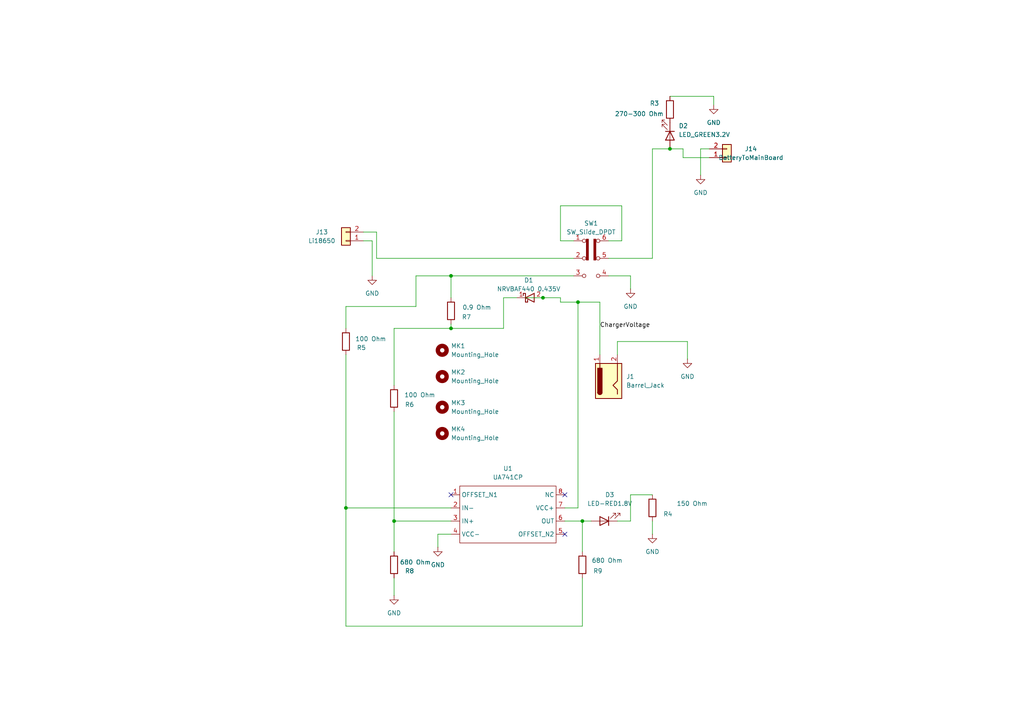
<source format=kicad_sch>
(kicad_sch (version 20250114) (generator "eeschema") (generator_version "9.0")
  (paper "A4")
  (lib_symbols
    (symbol "Connector:Barrel_Jack" (pin_names (offset 1.016))
      (property "Reference" "J" (at 0 5.334 0))
      (property "Value" "Barrel_Jack" (at 0 -5.08 0))
      (symbol "Barrel_Jack_0_1"
        (rectangle (start -5.08 3.81) (end 5.08 -3.81) (stroke (width 0.254)) (fill (type background)))
        (polyline (pts (xy -3.81 -2.54) (xy -2.54 -2.54) (xy -1.27 -1.27) (xy 0 -2.54) (xy 2.54 -2.54) (xy 5.08 -2.54)) (stroke (width 0.254)))
        (arc (start -3.302 1.905) (mid -3.9343 2.54) (end -3.302 3.175) (stroke (width 0.254)))
        (arc (start -3.302 1.905) (mid -3.9343 2.54) (end -3.302 3.175) (stroke (width 0.254)) (fill (type outline)))
        (rectangle (start 3.683 3.175) (end -3.302 1.905) (stroke (width 0.254)) (fill (type outline)))
        (polyline (pts (xy 5.08 2.54) (xy 3.81 2.54)) (stroke (width 0.254)))
      )
      (symbol "Barrel_Jack_1_1"
        (pin passive line (at 7.62 2.54 180) (length 2.54) (name "~") (number "1"))
        (pin passive line (at 7.62 -2.54 180) (length 2.54) (name "~") (number "2"))
      )
    )
    (symbol "Connector_Generic:Conn_01x02" (pin_names (offset 1.016) (hide yes))
      (property "Reference" "J" (at 0 2.54 0))
      (property "Value" "Conn_01x02" (at 0 -5.08 0))
      (symbol "Conn_01x02_1_1"
        (rectangle (start -1.27 1.27) (end 1.27 -3.81) (stroke (width 0.254)) (fill (type background)))
        (rectangle (start -1.27 0.127) (end 0 -0.127) (stroke (width 0.1524)))
        (rectangle (start -1.27 -2.413) (end 0 -2.667) (stroke (width 0.1524)))
        (pin passive line (at -5.08 0 0) (length 3.81) (name "Pin_1") (number "1"))
        (pin passive line (at -5.08 -2.54 0) (length 3.81) (name "Pin_2") (number "2"))
      )
    )
    (symbol "Device:LED" (pin_numbers (hide yes)) (pin_names (offset 1.016) (hide yes))
      (property "Reference" "D" (at 0 2.54 0))
      (property "Value" "LED" (at 0 -2.54 0))
      (symbol "LED_0_1"
        (polyline (pts (xy -3.048 -0.762) (xy -4.572 -2.286) (xy -3.81 -2.286) (xy -4.572 -2.286) (xy -4.572 -1.524)))
        (polyline (pts (xy -1.778 -0.762) (xy -3.302 -2.286) (xy -2.54 -2.286) (xy -3.302 -2.286) (xy -3.302 -1.524)))
        (polyline (pts (xy -1.27 0) (xy 1.27 0)))
        (polyline (pts (xy -1.27 -1.27) (xy -1.27 1.27)) (stroke (width 0.254)))
        (polyline (pts (xy 1.27 -1.27) (xy 1.27 1.27) (xy -1.27 0) (xy 1.27 -1.27)) (stroke (width 0.254)))
      )
      (symbol "LED_1_1"
        (pin passive line (at -3.81 0 0) (length 2.54) (name "K") (number "1"))
        (pin passive line (at 3.81 0 180) (length 2.54) (name "A") (number "2"))
      )
    )
    (symbol "Device:R" (pin_numbers (hide yes)) (pin_names (offset 0))
      (property "Reference" "R" (at 2.032 0 90))
      (property "Value" "R" (at 0 0 90))
      (symbol "R_0_1"
        (rectangle (start -1.016 -2.54) (end 1.016 2.54) (stroke (width 0.254)))
      )
      (symbol "R_1_1"
        (pin passive line (at 0 3.81 270) (length 1.27) (name "~") (number "1"))
        (pin passive line (at 0 -3.81 90) (length 1.27) (name "~") (number "2"))
      )
    )
    (symbol "Mechanical:MountingHole" (pin_names (offset 1.016))
      (property "Reference" "H" (at 0 5.08 0))
      (property "Value" "MountingHole" (at 0 3.175 0))
      (symbol "MountingHole_0_1"
        (circle (center 0 0) (radius 1.27) (stroke (width 1.27)))
      )
    )
    (symbol "Switch:SW_Slide_DPDT" (pin_names (offset 0) (hide yes))
      (property "Reference" "SW" (at 0 6.858 0))
      (property "Value" "SW_Slide_DPDT" (at 0 -8.128 0))
      (symbol "SW_Slide_DPDT_0_0"
        (circle (center -2.032 5.08) (radius 0.508))
        (circle (center -2.032 -5.08) (radius 0.508))
        (circle (center 2.032 0) (radius 0.508))
        (circle (center 2.032 -5.08) (radius 0.508))
      )
      (symbol "SW_Slide_DPDT_0_1"
        (circle (center -2.032 0) (radius 0.508))
        (circle (center 2.032 5.08) (radius 0.508))
      )
      (symbol "SW_Slide_DPDT_1_1"
        (rectangle (start -1.397 5.588) (end -0.762 -0.508) (fill (type outline)))
        (rectangle (start 0.762 5.588) (end 1.397 -0.508) (fill (type outline)))
        (pin passive line (at -5.08 5.08 0) (length 2.54) (name "A") (number "1"))
        (pin passive line (at -5.08 0 0) (length 2.54) (name "B") (number "2"))
        (pin passive line (at -5.08 -5.08 0) (length 2.54) (name "C") (number "3"))
        (pin passive line (at 5.08 5.08 180) (length 2.54) (name "C") (number "6"))
        (pin passive line (at 5.08 0 180) (length 2.54) (name "B") (number "5"))
        (pin passive line (at 5.08 -5.08 180) (length 2.54) (name "A") (number "4"))
      )
    )
    (symbol "chop_battery_library:NRVBAF440"
      (property "Reference" "D" (at 0 0 0))
      (symbol "NRVBAF440_0_1"
        (polyline (pts (xy -0.635 -3.175) (xy -0.635 -2.54) (xy 0 -2.54) (xy 0 -5.08) (xy 0.635 -5.08) (xy 0.635 -4.445)) (stroke (width 0.254)))
        (polyline (pts (xy 2.54 -2.54) (xy 2.54 -5.08) (xy 0 -3.81) (xy 2.54 -2.54)) (stroke (width 0.254)))
        (polyline (pts (xy 2.54 -3.81) (xy 0 -3.81)))
      )
      (symbol "NRVBAF440_1_1"
        (pin output line (at -2.54 -3.81 0) (length 2.54) (name "") (number "1"))
        (pin input line (at 5.08 -3.81 180) (length 2.54) (name "") (number "2"))
      )
    )
    (symbol "chop_battery_library:UA741"
      (property "Reference" "U" (at 8.636 2.032 0))
      (symbol "UA741_0_1"
        (rectangle (start -5.08 0) (end 22.86 -16.51))
      )
      (symbol "UA741_1_1"
        (pin input line (at -7.62 -2.54 0) (length 2.54) (name "OFFSET_N1") (number "1"))
        (pin input line (at -7.62 -6.35 0) (length 2.54) (name "IN-") (number "2"))
        (pin input line (at -7.62 -10.16 0) (length 2.54) (name "IN+") (number "3"))
        (pin input line (at -7.62 -13.97 0) (length 2.54) (name "VCC-") (number "4"))
        (pin input line (at 25.4 -2.54 180) (length 2.54) (name "NC") (number "8"))
        (pin input line (at 25.4 -6.35 180) (length 2.54) (name "VCC+") (number "7"))
        (pin input line (at 25.4 -10.16 180) (length 2.54) (name "OUT") (number "6"))
        (pin input line (at 25.4 -13.97 180) (length 2.54) (name "OFFSET_N2") (number "5"))
      )
    )
    (symbol "power:GND" (power) (pin_numbers (hide yes)) (pin_names (offset 0) (hide yes))
      (property "Value" "GND" (at 0 -3.81 0))
      (symbol "GND_0_1"
        (polyline (pts (xy 0 0) (xy 0 -1.27) (xy 1.27 -1.27) (xy 0 -2.54) (xy -1.27 -1.27) (xy 0 -1.27)))
      )
      (symbol "GND_1_1"
        (pin power_in line (at 0 0 270) (length 0) (name "~") (number "1"))
      )
    )
  )
  (junction (at 157.48 86.36))
  (junction (at 168.91 151.13))
  (junction (at 194.31 43.18))
  (junction (at 167.64 87.63))
  (junction (at 130.81 80.01))
  (junction (at 114.3 151.13))
  (junction (at 100.33 147.32))
  (junction (at 130.81 95.25))
  (no_connect (at 163.83 143.51))
  (no_connect (at 163.83 154.94))
  (no_connect (at 130.81 143.51))
  (wire (pts (xy 146.05 86.36) (xy 149.86 86.36)))
  (wire (pts (xy 207.01 27.94) (xy 207.01 30.48)))
  (wire (pts (xy 130.81 95.25) (xy 114.3 95.25)))
  (wire (pts (xy 199.39 99.06) (xy 179.07 99.06)))
  (wire (pts (xy 168.91 151.13) (xy 168.91 160.02)))
  (wire (pts (xy 162.56 69.85) (xy 166.37 69.85)))
  (wire (pts (xy 162.56 59.69) (xy 162.56 69.85)))
  (wire (pts (xy 130.81 147.32) (xy 100.33 147.32)))
  (wire (pts (xy 166.37 80.01) (xy 130.81 80.01)))
  (wire (pts (xy 179.07 99.06) (xy 179.07 102.87)))
  (wire (pts (xy 100.33 88.9) (xy 100.33 95.25)))
  (wire (pts (xy 162.56 87.63) (xy 167.64 87.63)))
  (wire (pts (xy 199.39 104.14) (xy 199.39 99.06)))
  (wire (pts (xy 109.22 74.93) (xy 166.37 74.93)))
  (wire (pts (xy 130.81 80.01) (xy 130.81 86.36)))
  (wire (pts (xy 176.53 74.93) (xy 189.23 74.93)))
  (wire (pts (xy 194.31 27.94) (xy 207.01 27.94)))
  (wire (pts (xy 194.31 43.18) (xy 198.12 43.18)))
  (wire (pts (xy 146.05 95.25) (xy 130.81 95.25)))
  (wire (pts (xy 167.64 87.63) (xy 173.99 87.63)))
  (wire (pts (xy 179.07 151.13) (xy 182.88 151.13)))
  (wire (pts (xy 105.41 69.85) (xy 107.95 69.85)))
  (wire (pts (xy 182.88 143.51) (xy 189.23 143.51)))
  (wire (pts (xy 176.53 69.85) (xy 180.34 69.85)))
  (wire (pts (xy 100.33 147.32) (xy 100.33 102.87)))
  (wire (pts (xy 189.23 43.18) (xy 194.31 43.18)))
  (wire (pts (xy 203.2 43.18) (xy 203.2 50.8)))
  (wire (pts (xy 176.53 80.01) (xy 182.88 80.01)))
  (wire (pts (xy 163.83 147.32) (xy 167.64 147.32)))
  (wire (pts (xy 114.3 151.13) (xy 130.81 151.13)))
  (wire (pts (xy 162.56 86.36) (xy 162.56 87.63)))
  (wire (pts (xy 130.81 80.01) (xy 120.65 80.01)))
  (wire (pts (xy 163.83 151.13) (xy 168.91 151.13)))
  (wire (pts (xy 107.95 80.01) (xy 107.95 69.85)))
  (wire (pts (xy 182.88 151.13) (xy 182.88 143.51)))
  (wire (pts (xy 120.65 80.01) (xy 120.65 88.9)))
  (wire (pts (xy 180.34 69.85) (xy 180.34 59.69)))
  (wire (pts (xy 189.23 151.13) (xy 189.23 154.94)))
  (wire (pts (xy 100.33 147.32) (xy 100.33 181.61)))
  (wire (pts (xy 168.91 181.61) (xy 168.91 167.64)))
  (wire (pts (xy 167.64 147.32) (xy 167.64 87.63)))
  (wire (pts (xy 157.48 86.36) (xy 152.4 86.36)))
  (wire (pts (xy 114.3 151.13) (xy 114.3 160.02)))
  (wire (pts (xy 198.12 43.18) (xy 198.12 45.72)))
  (wire (pts (xy 130.81 154.94) (xy 127 154.94)))
  (wire (pts (xy 162.56 86.36) (xy 157.48 86.36)))
  (wire (pts (xy 114.3 95.25) (xy 114.3 111.76)))
  (wire (pts (xy 114.3 119.38) (xy 114.3 151.13)))
  (wire (pts (xy 173.99 87.63) (xy 173.99 102.87)))
  (wire (pts (xy 168.91 151.13) (xy 171.45 151.13)))
  (wire (pts (xy 130.81 95.25) (xy 130.81 93.98)))
  (wire (pts (xy 180.34 59.69) (xy 162.56 59.69)))
  (wire (pts (xy 127 154.94) (xy 127 158.75)))
  (wire (pts (xy 182.88 80.01) (xy 182.88 83.82)))
  (wire (pts (xy 189.23 74.93) (xy 189.23 43.18)))
  (wire (pts (xy 105.41 67.31) (xy 109.22 67.31)))
  (wire (pts (xy 120.65 88.9) (xy 100.33 88.9)))
  (wire (pts (xy 100.33 181.61) (xy 168.91 181.61)))
  (wire (pts (xy 203.2 43.18) (xy 205.74 43.18)))
  (wire (pts (xy 146.05 86.36) (xy 146.05 95.25)))
  (wire (pts (xy 198.12 45.72) (xy 205.74 45.72)))
  (wire (pts (xy 109.22 67.31) (xy 109.22 74.93)))
  (wire (pts (xy 114.3 167.64) (xy 114.3 172.72)))
  (label "ChargerVoltage" (at 173.99 95.25 0))
  (symbol (lib_id "Switch:SW_Slide_DPDT") (at 171.45 74.93 0) (unit 1)
    (property "Reference" "SW1" (at 171.45 64.77 0))
    (property "Value" "SW_Slide_DPDT" (at 171.45 67.31 0))
    (property "Footprint" "chop_footprint_library:Relay_DPDT_Omron_G6A" (effects (hide yes)))
    (property "Description" "Slide Switch, dual pole double throw" (effects (hide yes)))
  )
  (symbol (lib_id "chop_battery_library:NRVBAF440") (at 152.4 82.55 0) (unit 1)
    (property "Reference" "D1" (at 153.3525 81.28 0))
    (property "Value" "NRVBAF440 0.435V" (at 153.3525 83.82 0))
    (property "Footprint" "chop_footprint_library:D_SMA" (effects (hide yes)))
  )
  (symbol (lib_id "Mechanical:MountingHole") (at 128.27 118.11 0) (unit 1)
    (property "Reference" "MK3" (at 130.81 116.8399 0) (effects (justify left)))
    (property "Value" "Mounting_Hole" (at 130.81 119.3799 0) (effects (justify left)))
    (property "Footprint" "MountingHole:MountingHole_3.2mm_M3" (effects (hide yes)))
  )
  (symbol (lib_id "Device:R") (at 194.31 31.75 0) (unit 1)
    (property "Reference" "R3" (at 188.468 29.972 0) (effects (justify left)))
    (property "Value" "270-300 Ohm" (at 178.308 33.02 0) (effects (justify left)))
    (property "Footprint" "Resistor_SMD:R_0603_1608Metric" (effects (hide yes)))
    (property "Description" "Resistor" (effects (hide yes)))
  )
  (symbol (lib_id "chop_battery_library:UA741") (at 138.43 140.97 0) (unit 1)
    (property "Reference" "U1" (at 147.32 135.89 0))
    (property "Value" "UA741CP" (at 147.32 138.43 0))
    (property "Footprint" "Package_SO:SOIC-8-1EP_3.9x4.9mm_P1.27mm_EP2.95x4.9mm_Mask2.71x3.4mm" (effects (hide yes)))
  )
  (symbol (lib_id "power:GND") (at 203.2 50.8 0) (unit 1)
    (property "Reference" "#PWR07" (effects (hide yes)))
    (property "Value" "GND" (at 203.2 55.88 0))
    (property "Description" "Power symbol creates a global label with name \"GND\" , ground" (effects (hide yes)))
  )
  (symbol (lib_id "power:GND") (at 199.39 104.14 0) (unit 1)
    (property "Reference" "#PWR02" (effects (hide yes)))
    (property "Value" "GND" (at 199.39 109.22 0))
    (property "Description" "Power symbol creates a global label with name \"GND\" , ground" (effects (hide yes)))
  )
  (symbol (lib_id "Device:LED") (at 175.26 151.13 180) (unit 1)
    (property "Reference" "D3" (at 176.8475 143.51 0))
    (property "Value" "LED-RED1.8V" (at 176.8475 146.05 0))
    (property "Footprint" "LED_SMD:LED_0603_1608Metric" (effects (hide yes)))
    (property "Description" "Light emitting diode" (effects (hide yes)))
    (property "Sim.Pins" "1=K 2=A" (effects (hide yes)))
  )
  (symbol (lib_id "power:GND") (at 189.23 154.94 0) (unit 1)
    (property "Reference" "#PWR06" (effects (hide yes)))
    (property "Value" "GND" (at 189.23 160.02 0))
    (property "Description" "Power symbol creates a global label with name \"GND\" , ground" (effects (hide yes)))
  )
  (symbol (lib_id "Device:R") (at 189.23 147.32 180) (unit 1)
    (property "Reference" "R4" (at 195.072 149.098 0) (effects (justify left)))
    (property "Value" "150 Ohm" (at 205.232 146.05 0) (effects (justify left)))
    (property "Footprint" "Resistor_SMD:R_0603_1608Metric" (effects (hide yes)))
    (property "Description" "Resistor" (effects (hide yes)))
  )
  (symbol (lib_id "Device:R") (at 114.3 163.83 180) (unit 1)
    (property "Reference" "R8" (at 120.142 165.608 0) (effects (justify left)))
    (property "Value" "680 Ohm" (at 124.968 163.068 0) (effects (justify left)))
    (property "Footprint" "Resistor_SMD:R_0603_1608Metric" (effects (hide yes)))
    (property "Description" "Resistor" (effects (hide yes)))
  )
  (symbol (lib_id "Device:R") (at 130.81 90.17 180) (unit 1)
    (property "Reference" "R7" (at 136.652 91.948 0) (effects (justify left)))
    (property "Value" "0.9 Ohm" (at 142.494 89.154 0) (effects (justify left)))
    (property "Footprint" "Resistor_SMD:R_0603_1608Metric" (effects (hide yes)))
    (property "Description" "Resistor" (effects (hide yes)))
  )
  (symbol (lib_id "power:GND") (at 107.95 80.01 0) (unit 1)
    (property "Reference" "#PWR03" (effects (hide yes)))
    (property "Value" "GND" (at 107.95 85.09 0))
    (property "Description" "Power symbol creates a global label with name \"GND\" , ground" (effects (hide yes)))
  )
  (symbol (lib_id "Mechanical:MountingHole") (at 128.27 125.73 0) (unit 1)
    (property "Reference" "MK4" (at 130.81 124.4599 0) (effects (justify left)))
    (property "Value" "Mounting_Hole" (at 130.81 126.9999 0) (effects (justify left)))
    (property "Footprint" "MountingHole:MountingHole_3.2mm_M3" (effects (hide yes)))
  )
  (symbol (lib_id "Mechanical:MountingHole") (at 128.27 101.6 0) (unit 1)
    (property "Reference" "MK1" (at 130.81 100.3299 0) (effects (justify left)))
    (property "Value" "Mounting_Hole" (at 130.81 102.8699 0) (effects (justify left)))
    (property "Footprint" "MountingHole:MountingHole_3.2mm_M3" (effects (hide yes)))
  )
  (symbol (lib_id "power:GND") (at 114.3 172.72 0) (mirror y) (unit 1)
    (property "Reference" "#PWR08" (effects (hide yes)))
    (property "Value" "GND" (at 114.3 177.8 0))
    (property "Description" "Power symbol creates a global label with name \"GND\" , ground" (effects (hide yes)))
  )
  (symbol (lib_id "Device:R") (at 114.3 115.57 180) (unit 1)
    (property "Reference" "R6" (at 120.142 117.348 0) (effects (justify left)))
    (property "Value" "100 Ohm" (at 126.238 114.554 0) (effects (justify left)))
    (property "Footprint" "Resistor_SMD:R_0603_1608Metric" (effects (hide yes)))
    (property "Description" "Resistor" (effects (hide yes)))
  )
  (symbol (lib_id "power:GND") (at 207.01 30.48 0) (unit 1)
    (property "Reference" "#PWR04" (effects (hide yes)))
    (property "Value" "GND" (at 207.01 35.56 0))
    (property "Description" "Power symbol creates a global label with name \"GND\" , ground" (effects (hide yes)))
  )
  (symbol (lib_id "Connector:Barrel_Jack") (at 176.53 110.49 90) (unit 1)
    (property "Reference" "J1" (at 181.61 109.2199 90) (effects (justify right)))
    (property "Value" "Barrel_Jack" (at 181.61 111.7599 90) (effects (justify right)))
    (property "Footprint" "Connector_BarrelJack:BarrelJack_CUI_PJ-102AH_Horizontal" (effects (hide yes)))
    (property "Description" "DC Barrel Jack" (effects (hide yes)))
  )
  (symbol (lib_id "Device:R") (at 100.33 99.06 180) (unit 1)
    (property "Reference" "R5" (at 106.172 100.838 0) (effects (justify left)))
    (property "Value" "100 Ohm" (at 112.014 98.298 0) (effects (justify left)))
    (property "Footprint" "Resistor_SMD:R_0603_1608Metric" (effects (hide yes)))
    (property "Description" "Resistor" (effects (hide yes)))
  )
  (symbol (lib_id "power:GND") (at 182.88 83.82 0) (unit 1)
    (property "Reference" "#PWR01" (effects (hide yes)))
    (property "Value" "GND" (at 182.88 88.9 0))
    (property "Description" "Power symbol creates a global label with name \"GND\" , ground" (effects (hide yes)))
  )
  (symbol (lib_id "Mechanical:MountingHole") (at 128.27 109.22 0) (unit 1)
    (property "Reference" "MK2" (at 130.81 107.9499 0) (effects (justify left)))
    (property "Value" "Mounting_Hole" (at 130.81 110.4899 0) (effects (justify left)))
    (property "Footprint" "MountingHole:MountingHole_3.2mm_M3" (effects (hide yes)))
  )
  (symbol (lib_id "Connector_Generic:Conn_01x02") (at 210.82 45.72 0) (mirror x) (unit 1)
    (property "Reference" "J14" (at 217.805 43.18 0))
    (property "Value" "BatteryToMainBoard" (at 217.805 45.72 0))
    (property "Footprint" "Connector_JST:JST_EH_S2B-EH_1x02_P2.50mm_Horizontal" (effects (hide yes)))
    (property "Description" "Generic connector, single row, 01x02, script generated (kicad-library-utils/schlib/autogen/connector/)" (effects (hide yes)))
  )
  (symbol (lib_id "Connector_Generic:Conn_01x02") (at 100.33 69.85 180) (unit 1)
    (property "Reference" "J13" (at 93.345 67.31 0))
    (property "Value" "Li18650" (at 93.345 69.85 0))
    (property "Footprint" "Connector_JST:JST_PH_S2B-PH-K_1x02_P2.00mm_Horizontal" (effects (hide yes)))
  )
  (symbol (lib_id "Device:R") (at 168.91 163.83 180) (unit 1)
    (property "Reference" "R9" (at 174.752 165.608 0) (effects (justify left)))
    (property "Value" "680 Ohm" (at 180.594 162.56 0) (effects (justify left)))
    (property "Footprint" "Resistor_SMD:R_0603_1608Metric" (effects (hide yes)))
    (property "Description" "Resistor" (effects (hide yes)))
  )
  (symbol (lib_id "Device:LED") (at 194.31 39.37 270) (unit 1)
    (property "Reference" "D2" (at 196.85 36.5124 90) (effects (justify left)))
    (property "Value" "LED_GREEN3.2V" (at 196.85 39.0524 90) (effects (justify left)))
    (property "Footprint" "LED_SMD:LED_0603_1608Metric" (effects (hide yes)))
    (property "Description" "Light emitting diode" (effects (hide yes)))
    (property "Sim.Pins" "1=K 2=A" (effects (hide yes)))
  )
  (symbol (lib_id "power:GND") (at 127 158.75 0) (unit 1)
    (property "Reference" "#PWR05" (effects (hide yes)))
    (property "Value" "GND" (at 127 163.83 0))
    (property "Description" "Power symbol creates a global label with name \"GND\" , ground" (effects (hide yes)))
  )
)
</source>
